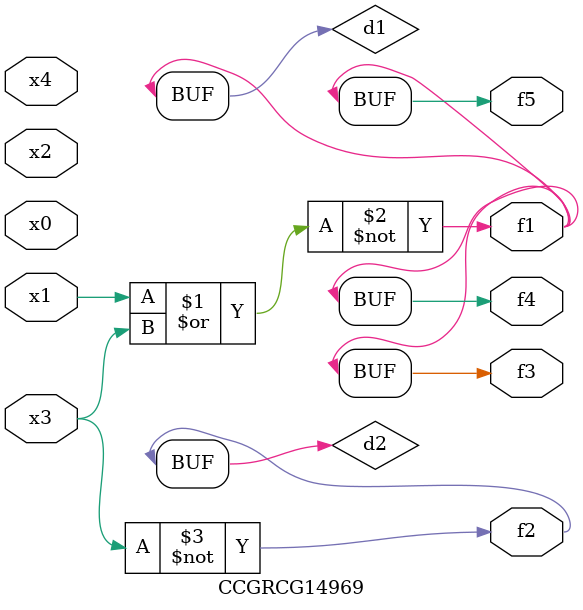
<source format=v>
module CCGRCG14969(
	input x0, x1, x2, x3, x4,
	output f1, f2, f3, f4, f5
);

	wire d1, d2;

	nor (d1, x1, x3);
	not (d2, x3);
	assign f1 = d1;
	assign f2 = d2;
	assign f3 = d1;
	assign f4 = d1;
	assign f5 = d1;
endmodule

</source>
